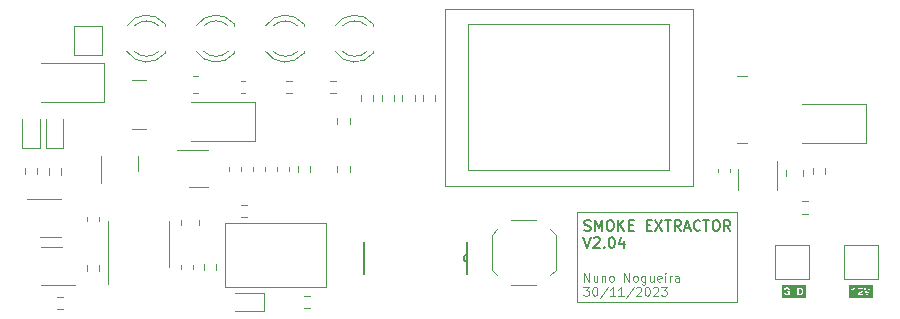
<source format=gbr>
%TF.GenerationSoftware,KiCad,Pcbnew,7.0.6-0*%
%TF.CreationDate,2023-12-30T16:30:28+00:00*%
%TF.ProjectId,smoke_extractorV1_1,736d6f6b-655f-4657-9874-726163746f72,rev?*%
%TF.SameCoordinates,Original*%
%TF.FileFunction,Legend,Top*%
%TF.FilePolarity,Positive*%
%FSLAX46Y46*%
G04 Gerber Fmt 4.6, Leading zero omitted, Abs format (unit mm)*
G04 Created by KiCad (PCBNEW 7.0.6-0) date 2023-12-30 16:30:28*
%MOMM*%
%LPD*%
G01*
G04 APERTURE LIST*
%ADD10C,0.120000*%
%ADD11C,0.150000*%
%ADD12C,0.152400*%
G04 APERTURE END LIST*
D10*
X115748117Y-85579058D02*
X129310000Y-85579058D01*
X129310000Y-93240941D01*
X115748117Y-93240941D01*
X115748117Y-85579058D01*
X116387518Y-91474474D02*
X116387518Y-90724474D01*
X116387518Y-90724474D02*
X116816089Y-91474474D01*
X116816089Y-91474474D02*
X116816089Y-90724474D01*
X117494661Y-90974474D02*
X117494661Y-91474474D01*
X117173232Y-90974474D02*
X117173232Y-91367331D01*
X117173232Y-91367331D02*
X117208946Y-91438760D01*
X117208946Y-91438760D02*
X117280375Y-91474474D01*
X117280375Y-91474474D02*
X117387518Y-91474474D01*
X117387518Y-91474474D02*
X117458946Y-91438760D01*
X117458946Y-91438760D02*
X117494661Y-91403045D01*
X117851803Y-90974474D02*
X117851803Y-91474474D01*
X117851803Y-91045902D02*
X117887517Y-91010188D01*
X117887517Y-91010188D02*
X117958946Y-90974474D01*
X117958946Y-90974474D02*
X118066089Y-90974474D01*
X118066089Y-90974474D02*
X118137517Y-91010188D01*
X118137517Y-91010188D02*
X118173232Y-91081617D01*
X118173232Y-91081617D02*
X118173232Y-91474474D01*
X118637517Y-91474474D02*
X118566088Y-91438760D01*
X118566088Y-91438760D02*
X118530374Y-91403045D01*
X118530374Y-91403045D02*
X118494660Y-91331617D01*
X118494660Y-91331617D02*
X118494660Y-91117331D01*
X118494660Y-91117331D02*
X118530374Y-91045902D01*
X118530374Y-91045902D02*
X118566088Y-91010188D01*
X118566088Y-91010188D02*
X118637517Y-90974474D01*
X118637517Y-90974474D02*
X118744660Y-90974474D01*
X118744660Y-90974474D02*
X118816088Y-91010188D01*
X118816088Y-91010188D02*
X118851803Y-91045902D01*
X118851803Y-91045902D02*
X118887517Y-91117331D01*
X118887517Y-91117331D02*
X118887517Y-91331617D01*
X118887517Y-91331617D02*
X118851803Y-91403045D01*
X118851803Y-91403045D02*
X118816088Y-91438760D01*
X118816088Y-91438760D02*
X118744660Y-91474474D01*
X118744660Y-91474474D02*
X118637517Y-91474474D01*
X119780374Y-91474474D02*
X119780374Y-90724474D01*
X119780374Y-90724474D02*
X120208945Y-91474474D01*
X120208945Y-91474474D02*
X120208945Y-90724474D01*
X120673231Y-91474474D02*
X120601802Y-91438760D01*
X120601802Y-91438760D02*
X120566088Y-91403045D01*
X120566088Y-91403045D02*
X120530374Y-91331617D01*
X120530374Y-91331617D02*
X120530374Y-91117331D01*
X120530374Y-91117331D02*
X120566088Y-91045902D01*
X120566088Y-91045902D02*
X120601802Y-91010188D01*
X120601802Y-91010188D02*
X120673231Y-90974474D01*
X120673231Y-90974474D02*
X120780374Y-90974474D01*
X120780374Y-90974474D02*
X120851802Y-91010188D01*
X120851802Y-91010188D02*
X120887517Y-91045902D01*
X120887517Y-91045902D02*
X120923231Y-91117331D01*
X120923231Y-91117331D02*
X120923231Y-91331617D01*
X120923231Y-91331617D02*
X120887517Y-91403045D01*
X120887517Y-91403045D02*
X120851802Y-91438760D01*
X120851802Y-91438760D02*
X120780374Y-91474474D01*
X120780374Y-91474474D02*
X120673231Y-91474474D01*
X121566088Y-90974474D02*
X121566088Y-91581617D01*
X121566088Y-91581617D02*
X121530373Y-91653045D01*
X121530373Y-91653045D02*
X121494659Y-91688760D01*
X121494659Y-91688760D02*
X121423230Y-91724474D01*
X121423230Y-91724474D02*
X121316088Y-91724474D01*
X121316088Y-91724474D02*
X121244659Y-91688760D01*
X121566088Y-91438760D02*
X121494659Y-91474474D01*
X121494659Y-91474474D02*
X121351802Y-91474474D01*
X121351802Y-91474474D02*
X121280373Y-91438760D01*
X121280373Y-91438760D02*
X121244659Y-91403045D01*
X121244659Y-91403045D02*
X121208945Y-91331617D01*
X121208945Y-91331617D02*
X121208945Y-91117331D01*
X121208945Y-91117331D02*
X121244659Y-91045902D01*
X121244659Y-91045902D02*
X121280373Y-91010188D01*
X121280373Y-91010188D02*
X121351802Y-90974474D01*
X121351802Y-90974474D02*
X121494659Y-90974474D01*
X121494659Y-90974474D02*
X121566088Y-91010188D01*
X122244659Y-90974474D02*
X122244659Y-91474474D01*
X121923230Y-90974474D02*
X121923230Y-91367331D01*
X121923230Y-91367331D02*
X121958944Y-91438760D01*
X121958944Y-91438760D02*
X122030373Y-91474474D01*
X122030373Y-91474474D02*
X122137516Y-91474474D01*
X122137516Y-91474474D02*
X122208944Y-91438760D01*
X122208944Y-91438760D02*
X122244659Y-91403045D01*
X122887515Y-91438760D02*
X122816087Y-91474474D01*
X122816087Y-91474474D02*
X122673230Y-91474474D01*
X122673230Y-91474474D02*
X122601801Y-91438760D01*
X122601801Y-91438760D02*
X122566087Y-91367331D01*
X122566087Y-91367331D02*
X122566087Y-91081617D01*
X122566087Y-91081617D02*
X122601801Y-91010188D01*
X122601801Y-91010188D02*
X122673230Y-90974474D01*
X122673230Y-90974474D02*
X122816087Y-90974474D01*
X122816087Y-90974474D02*
X122887515Y-91010188D01*
X122887515Y-91010188D02*
X122923230Y-91081617D01*
X122923230Y-91081617D02*
X122923230Y-91153045D01*
X122923230Y-91153045D02*
X122566087Y-91224474D01*
X123244658Y-91474474D02*
X123244658Y-90974474D01*
X123244658Y-90724474D02*
X123208944Y-90760188D01*
X123208944Y-90760188D02*
X123244658Y-90795902D01*
X123244658Y-90795902D02*
X123280372Y-90760188D01*
X123280372Y-90760188D02*
X123244658Y-90724474D01*
X123244658Y-90724474D02*
X123244658Y-90795902D01*
X123601801Y-91474474D02*
X123601801Y-90974474D01*
X123601801Y-91117331D02*
X123637515Y-91045902D01*
X123637515Y-91045902D02*
X123673230Y-91010188D01*
X123673230Y-91010188D02*
X123744658Y-90974474D01*
X123744658Y-90974474D02*
X123816087Y-90974474D01*
X124387516Y-91474474D02*
X124387516Y-91081617D01*
X124387516Y-91081617D02*
X124351801Y-91010188D01*
X124351801Y-91010188D02*
X124280373Y-90974474D01*
X124280373Y-90974474D02*
X124137516Y-90974474D01*
X124137516Y-90974474D02*
X124066087Y-91010188D01*
X124387516Y-91438760D02*
X124316087Y-91474474D01*
X124316087Y-91474474D02*
X124137516Y-91474474D01*
X124137516Y-91474474D02*
X124066087Y-91438760D01*
X124066087Y-91438760D02*
X124030373Y-91367331D01*
X124030373Y-91367331D02*
X124030373Y-91295902D01*
X124030373Y-91295902D02*
X124066087Y-91224474D01*
X124066087Y-91224474D02*
X124137516Y-91188760D01*
X124137516Y-91188760D02*
X124316087Y-91188760D01*
X124316087Y-91188760D02*
X124387516Y-91153045D01*
X116316089Y-91931974D02*
X116780375Y-91931974D01*
X116780375Y-91931974D02*
X116530375Y-92217688D01*
X116530375Y-92217688D02*
X116637518Y-92217688D01*
X116637518Y-92217688D02*
X116708947Y-92253402D01*
X116708947Y-92253402D02*
X116744661Y-92289117D01*
X116744661Y-92289117D02*
X116780375Y-92360545D01*
X116780375Y-92360545D02*
X116780375Y-92539117D01*
X116780375Y-92539117D02*
X116744661Y-92610545D01*
X116744661Y-92610545D02*
X116708947Y-92646260D01*
X116708947Y-92646260D02*
X116637518Y-92681974D01*
X116637518Y-92681974D02*
X116423232Y-92681974D01*
X116423232Y-92681974D02*
X116351804Y-92646260D01*
X116351804Y-92646260D02*
X116316089Y-92610545D01*
X117244661Y-91931974D02*
X117316090Y-91931974D01*
X117316090Y-91931974D02*
X117387518Y-91967688D01*
X117387518Y-91967688D02*
X117423233Y-92003402D01*
X117423233Y-92003402D02*
X117458947Y-92074831D01*
X117458947Y-92074831D02*
X117494661Y-92217688D01*
X117494661Y-92217688D02*
X117494661Y-92396260D01*
X117494661Y-92396260D02*
X117458947Y-92539117D01*
X117458947Y-92539117D02*
X117423233Y-92610545D01*
X117423233Y-92610545D02*
X117387518Y-92646260D01*
X117387518Y-92646260D02*
X117316090Y-92681974D01*
X117316090Y-92681974D02*
X117244661Y-92681974D01*
X117244661Y-92681974D02*
X117173233Y-92646260D01*
X117173233Y-92646260D02*
X117137518Y-92610545D01*
X117137518Y-92610545D02*
X117101804Y-92539117D01*
X117101804Y-92539117D02*
X117066090Y-92396260D01*
X117066090Y-92396260D02*
X117066090Y-92217688D01*
X117066090Y-92217688D02*
X117101804Y-92074831D01*
X117101804Y-92074831D02*
X117137518Y-92003402D01*
X117137518Y-92003402D02*
X117173233Y-91967688D01*
X117173233Y-91967688D02*
X117244661Y-91931974D01*
X118351804Y-91896260D02*
X117708947Y-92860545D01*
X118994661Y-92681974D02*
X118566090Y-92681974D01*
X118780375Y-92681974D02*
X118780375Y-91931974D01*
X118780375Y-91931974D02*
X118708947Y-92039117D01*
X118708947Y-92039117D02*
X118637518Y-92110545D01*
X118637518Y-92110545D02*
X118566090Y-92146260D01*
X119708947Y-92681974D02*
X119280376Y-92681974D01*
X119494661Y-92681974D02*
X119494661Y-91931974D01*
X119494661Y-91931974D02*
X119423233Y-92039117D01*
X119423233Y-92039117D02*
X119351804Y-92110545D01*
X119351804Y-92110545D02*
X119280376Y-92146260D01*
X120566090Y-91896260D02*
X119923233Y-92860545D01*
X120780376Y-92003402D02*
X120816090Y-91967688D01*
X120816090Y-91967688D02*
X120887519Y-91931974D01*
X120887519Y-91931974D02*
X121066090Y-91931974D01*
X121066090Y-91931974D02*
X121137519Y-91967688D01*
X121137519Y-91967688D02*
X121173233Y-92003402D01*
X121173233Y-92003402D02*
X121208947Y-92074831D01*
X121208947Y-92074831D02*
X121208947Y-92146260D01*
X121208947Y-92146260D02*
X121173233Y-92253402D01*
X121173233Y-92253402D02*
X120744661Y-92681974D01*
X120744661Y-92681974D02*
X121208947Y-92681974D01*
X121673233Y-91931974D02*
X121744662Y-91931974D01*
X121744662Y-91931974D02*
X121816090Y-91967688D01*
X121816090Y-91967688D02*
X121851805Y-92003402D01*
X121851805Y-92003402D02*
X121887519Y-92074831D01*
X121887519Y-92074831D02*
X121923233Y-92217688D01*
X121923233Y-92217688D02*
X121923233Y-92396260D01*
X121923233Y-92396260D02*
X121887519Y-92539117D01*
X121887519Y-92539117D02*
X121851805Y-92610545D01*
X121851805Y-92610545D02*
X121816090Y-92646260D01*
X121816090Y-92646260D02*
X121744662Y-92681974D01*
X121744662Y-92681974D02*
X121673233Y-92681974D01*
X121673233Y-92681974D02*
X121601805Y-92646260D01*
X121601805Y-92646260D02*
X121566090Y-92610545D01*
X121566090Y-92610545D02*
X121530376Y-92539117D01*
X121530376Y-92539117D02*
X121494662Y-92396260D01*
X121494662Y-92396260D02*
X121494662Y-92217688D01*
X121494662Y-92217688D02*
X121530376Y-92074831D01*
X121530376Y-92074831D02*
X121566090Y-92003402D01*
X121566090Y-92003402D02*
X121601805Y-91967688D01*
X121601805Y-91967688D02*
X121673233Y-91931974D01*
X122208948Y-92003402D02*
X122244662Y-91967688D01*
X122244662Y-91967688D02*
X122316091Y-91931974D01*
X122316091Y-91931974D02*
X122494662Y-91931974D01*
X122494662Y-91931974D02*
X122566091Y-91967688D01*
X122566091Y-91967688D02*
X122601805Y-92003402D01*
X122601805Y-92003402D02*
X122637519Y-92074831D01*
X122637519Y-92074831D02*
X122637519Y-92146260D01*
X122637519Y-92146260D02*
X122601805Y-92253402D01*
X122601805Y-92253402D02*
X122173233Y-92681974D01*
X122173233Y-92681974D02*
X122637519Y-92681974D01*
X122887519Y-91931974D02*
X123351805Y-91931974D01*
X123351805Y-91931974D02*
X123101805Y-92217688D01*
X123101805Y-92217688D02*
X123208948Y-92217688D01*
X123208948Y-92217688D02*
X123280377Y-92253402D01*
X123280377Y-92253402D02*
X123316091Y-92289117D01*
X123316091Y-92289117D02*
X123351805Y-92360545D01*
X123351805Y-92360545D02*
X123351805Y-92539117D01*
X123351805Y-92539117D02*
X123316091Y-92610545D01*
X123316091Y-92610545D02*
X123280377Y-92646260D01*
X123280377Y-92646260D02*
X123208948Y-92681974D01*
X123208948Y-92681974D02*
X122994662Y-92681974D01*
X122994662Y-92681974D02*
X122923234Y-92646260D01*
X122923234Y-92646260D02*
X122887519Y-92610545D01*
D11*
X116400112Y-87131200D02*
X116528684Y-87174057D01*
X116528684Y-87174057D02*
X116742969Y-87174057D01*
X116742969Y-87174057D02*
X116828684Y-87131200D01*
X116828684Y-87131200D02*
X116871541Y-87088342D01*
X116871541Y-87088342D02*
X116914398Y-87002628D01*
X116914398Y-87002628D02*
X116914398Y-86916914D01*
X116914398Y-86916914D02*
X116871541Y-86831200D01*
X116871541Y-86831200D02*
X116828684Y-86788342D01*
X116828684Y-86788342D02*
X116742969Y-86745485D01*
X116742969Y-86745485D02*
X116571541Y-86702628D01*
X116571541Y-86702628D02*
X116485826Y-86659771D01*
X116485826Y-86659771D02*
X116442969Y-86616914D01*
X116442969Y-86616914D02*
X116400112Y-86531200D01*
X116400112Y-86531200D02*
X116400112Y-86445485D01*
X116400112Y-86445485D02*
X116442969Y-86359771D01*
X116442969Y-86359771D02*
X116485826Y-86316914D01*
X116485826Y-86316914D02*
X116571541Y-86274057D01*
X116571541Y-86274057D02*
X116785826Y-86274057D01*
X116785826Y-86274057D02*
X116914398Y-86316914D01*
X117300112Y-87174057D02*
X117300112Y-86274057D01*
X117300112Y-86274057D02*
X117600112Y-86916914D01*
X117600112Y-86916914D02*
X117900112Y-86274057D01*
X117900112Y-86274057D02*
X117900112Y-87174057D01*
X118500112Y-86274057D02*
X118671540Y-86274057D01*
X118671540Y-86274057D02*
X118757255Y-86316914D01*
X118757255Y-86316914D02*
X118842969Y-86402628D01*
X118842969Y-86402628D02*
X118885826Y-86574057D01*
X118885826Y-86574057D02*
X118885826Y-86874057D01*
X118885826Y-86874057D02*
X118842969Y-87045485D01*
X118842969Y-87045485D02*
X118757255Y-87131200D01*
X118757255Y-87131200D02*
X118671540Y-87174057D01*
X118671540Y-87174057D02*
X118500112Y-87174057D01*
X118500112Y-87174057D02*
X118414398Y-87131200D01*
X118414398Y-87131200D02*
X118328683Y-87045485D01*
X118328683Y-87045485D02*
X118285826Y-86874057D01*
X118285826Y-86874057D02*
X118285826Y-86574057D01*
X118285826Y-86574057D02*
X118328683Y-86402628D01*
X118328683Y-86402628D02*
X118414398Y-86316914D01*
X118414398Y-86316914D02*
X118500112Y-86274057D01*
X119271540Y-87174057D02*
X119271540Y-86274057D01*
X119785826Y-87174057D02*
X119400112Y-86659771D01*
X119785826Y-86274057D02*
X119271540Y-86788342D01*
X120171540Y-86702628D02*
X120471540Y-86702628D01*
X120600112Y-87174057D02*
X120171540Y-87174057D01*
X120171540Y-87174057D02*
X120171540Y-86274057D01*
X120171540Y-86274057D02*
X120600112Y-86274057D01*
X121671540Y-86702628D02*
X121971540Y-86702628D01*
X122100112Y-87174057D02*
X121671540Y-87174057D01*
X121671540Y-87174057D02*
X121671540Y-86274057D01*
X121671540Y-86274057D02*
X122100112Y-86274057D01*
X122400112Y-86274057D02*
X123000112Y-87174057D01*
X123000112Y-86274057D02*
X122400112Y-87174057D01*
X123214398Y-86274057D02*
X123728684Y-86274057D01*
X123471541Y-87174057D02*
X123471541Y-86274057D01*
X124542969Y-87174057D02*
X124242969Y-86745485D01*
X124028683Y-87174057D02*
X124028683Y-86274057D01*
X124028683Y-86274057D02*
X124371540Y-86274057D01*
X124371540Y-86274057D02*
X124457255Y-86316914D01*
X124457255Y-86316914D02*
X124500112Y-86359771D01*
X124500112Y-86359771D02*
X124542969Y-86445485D01*
X124542969Y-86445485D02*
X124542969Y-86574057D01*
X124542969Y-86574057D02*
X124500112Y-86659771D01*
X124500112Y-86659771D02*
X124457255Y-86702628D01*
X124457255Y-86702628D02*
X124371540Y-86745485D01*
X124371540Y-86745485D02*
X124028683Y-86745485D01*
X124885826Y-86916914D02*
X125314398Y-86916914D01*
X124800112Y-87174057D02*
X125100112Y-86274057D01*
X125100112Y-86274057D02*
X125400112Y-87174057D01*
X126214398Y-87088342D02*
X126171541Y-87131200D01*
X126171541Y-87131200D02*
X126042969Y-87174057D01*
X126042969Y-87174057D02*
X125957255Y-87174057D01*
X125957255Y-87174057D02*
X125828684Y-87131200D01*
X125828684Y-87131200D02*
X125742969Y-87045485D01*
X125742969Y-87045485D02*
X125700112Y-86959771D01*
X125700112Y-86959771D02*
X125657255Y-86788342D01*
X125657255Y-86788342D02*
X125657255Y-86659771D01*
X125657255Y-86659771D02*
X125700112Y-86488342D01*
X125700112Y-86488342D02*
X125742969Y-86402628D01*
X125742969Y-86402628D02*
X125828684Y-86316914D01*
X125828684Y-86316914D02*
X125957255Y-86274057D01*
X125957255Y-86274057D02*
X126042969Y-86274057D01*
X126042969Y-86274057D02*
X126171541Y-86316914D01*
X126171541Y-86316914D02*
X126214398Y-86359771D01*
X126471541Y-86274057D02*
X126985827Y-86274057D01*
X126728684Y-87174057D02*
X126728684Y-86274057D01*
X127457255Y-86274057D02*
X127628683Y-86274057D01*
X127628683Y-86274057D02*
X127714398Y-86316914D01*
X127714398Y-86316914D02*
X127800112Y-86402628D01*
X127800112Y-86402628D02*
X127842969Y-86574057D01*
X127842969Y-86574057D02*
X127842969Y-86874057D01*
X127842969Y-86874057D02*
X127800112Y-87045485D01*
X127800112Y-87045485D02*
X127714398Y-87131200D01*
X127714398Y-87131200D02*
X127628683Y-87174057D01*
X127628683Y-87174057D02*
X127457255Y-87174057D01*
X127457255Y-87174057D02*
X127371541Y-87131200D01*
X127371541Y-87131200D02*
X127285826Y-87045485D01*
X127285826Y-87045485D02*
X127242969Y-86874057D01*
X127242969Y-86874057D02*
X127242969Y-86574057D01*
X127242969Y-86574057D02*
X127285826Y-86402628D01*
X127285826Y-86402628D02*
X127371541Y-86316914D01*
X127371541Y-86316914D02*
X127457255Y-86274057D01*
X128742969Y-87174057D02*
X128442969Y-86745485D01*
X128228683Y-87174057D02*
X128228683Y-86274057D01*
X128228683Y-86274057D02*
X128571540Y-86274057D01*
X128571540Y-86274057D02*
X128657255Y-86316914D01*
X128657255Y-86316914D02*
X128700112Y-86359771D01*
X128700112Y-86359771D02*
X128742969Y-86445485D01*
X128742969Y-86445485D02*
X128742969Y-86574057D01*
X128742969Y-86574057D02*
X128700112Y-86659771D01*
X128700112Y-86659771D02*
X128657255Y-86702628D01*
X128657255Y-86702628D02*
X128571540Y-86745485D01*
X128571540Y-86745485D02*
X128228683Y-86745485D01*
X116314398Y-87723057D02*
X116614398Y-88623057D01*
X116614398Y-88623057D02*
X116914398Y-87723057D01*
X117171541Y-87808771D02*
X117214398Y-87765914D01*
X117214398Y-87765914D02*
X117300113Y-87723057D01*
X117300113Y-87723057D02*
X117514398Y-87723057D01*
X117514398Y-87723057D02*
X117600113Y-87765914D01*
X117600113Y-87765914D02*
X117642970Y-87808771D01*
X117642970Y-87808771D02*
X117685827Y-87894485D01*
X117685827Y-87894485D02*
X117685827Y-87980200D01*
X117685827Y-87980200D02*
X117642970Y-88108771D01*
X117642970Y-88108771D02*
X117128684Y-88623057D01*
X117128684Y-88623057D02*
X117685827Y-88623057D01*
X118071541Y-88537342D02*
X118114398Y-88580200D01*
X118114398Y-88580200D02*
X118071541Y-88623057D01*
X118071541Y-88623057D02*
X118028684Y-88580200D01*
X118028684Y-88580200D02*
X118071541Y-88537342D01*
X118071541Y-88537342D02*
X118071541Y-88623057D01*
X118671541Y-87723057D02*
X118757255Y-87723057D01*
X118757255Y-87723057D02*
X118842969Y-87765914D01*
X118842969Y-87765914D02*
X118885827Y-87808771D01*
X118885827Y-87808771D02*
X118928684Y-87894485D01*
X118928684Y-87894485D02*
X118971541Y-88065914D01*
X118971541Y-88065914D02*
X118971541Y-88280200D01*
X118971541Y-88280200D02*
X118928684Y-88451628D01*
X118928684Y-88451628D02*
X118885827Y-88537342D01*
X118885827Y-88537342D02*
X118842969Y-88580200D01*
X118842969Y-88580200D02*
X118757255Y-88623057D01*
X118757255Y-88623057D02*
X118671541Y-88623057D01*
X118671541Y-88623057D02*
X118585827Y-88580200D01*
X118585827Y-88580200D02*
X118542969Y-88537342D01*
X118542969Y-88537342D02*
X118500112Y-88451628D01*
X118500112Y-88451628D02*
X118457255Y-88280200D01*
X118457255Y-88280200D02*
X118457255Y-88065914D01*
X118457255Y-88065914D02*
X118500112Y-87894485D01*
X118500112Y-87894485D02*
X118542969Y-87808771D01*
X118542969Y-87808771D02*
X118585827Y-87765914D01*
X118585827Y-87765914D02*
X118671541Y-87723057D01*
X119742970Y-88023057D02*
X119742970Y-88623057D01*
X119528684Y-87680200D02*
X119314398Y-88323057D01*
X119314398Y-88323057D02*
X119871541Y-88323057D01*
D10*
%TO.C,C4*%
X89360000Y-81810221D02*
X89360000Y-82102755D01*
X88340000Y-81810221D02*
X88340000Y-82102755D01*
%TO.C,D5*%
X98510697Y-72134060D02*
X98510697Y-71978060D01*
X98510697Y-69818060D02*
X98510697Y-69662060D01*
X95278363Y-71976668D02*
G75*
G03*
X98510696Y-72133575I1672334J1078608D01*
G01*
X95909568Y-71977896D02*
G75*
G03*
X97991657Y-71978059I1041129J1079836D01*
G01*
X97991657Y-69818061D02*
G75*
G03*
X95909568Y-69818224I-1040960J-1079999D01*
G01*
X98510696Y-69662545D02*
G75*
G03*
X95278363Y-69819452I-1559999J-1235515D01*
G01*
%TO.C,R19*%
X72097500Y-81895276D02*
X72097500Y-82404724D01*
X71052500Y-81895276D02*
X71052500Y-82404724D01*
%TO.C,R14*%
X99227500Y-76154724D02*
X99227500Y-75645276D01*
X100272500Y-76154724D02*
X100272500Y-75645276D01*
%TO.C,C2*%
X87348370Y-74490000D02*
X87640904Y-74490000D01*
X87348370Y-75510000D02*
X87640904Y-75510000D01*
%TO.C,kibuzzard-655136E2*%
G36*
X134593395Y-92074496D02*
G01*
X134638163Y-92078068D01*
X134693050Y-92088426D01*
X134733889Y-92106166D01*
X134762821Y-92133551D01*
X134781990Y-92172841D01*
X134792706Y-92226777D01*
X134796278Y-92298095D01*
X134792587Y-92373462D01*
X134781514Y-92430016D01*
X134761630Y-92470617D01*
X134731508Y-92498120D01*
X134688883Y-92514789D01*
X134631495Y-92522885D01*
X134556248Y-92520028D01*
X134556248Y-92073305D01*
X134593395Y-92074496D01*
G37*
G36*
X135117587Y-92827050D02*
G01*
X134919150Y-92827050D01*
X134602920Y-92827050D01*
X134340982Y-92827050D01*
X133549455Y-92827050D01*
X133280850Y-92827050D01*
X133082412Y-92827050D01*
X133082412Y-92296190D01*
X133280850Y-92296190D01*
X133283549Y-92376571D01*
X133291645Y-92443722D01*
X133305139Y-92497644D01*
X133337643Y-92558366D01*
X133386577Y-92598609D01*
X133430075Y-92615278D01*
X133484367Y-92625279D01*
X133549455Y-92628613D01*
X133608034Y-92625993D01*
X133658040Y-92618135D01*
X133708284Y-92602895D01*
X133767577Y-92578130D01*
X133767577Y-92255233D01*
X133518022Y-92255233D01*
X133518022Y-92359055D01*
X133652325Y-92359055D01*
X133652325Y-92504788D01*
X133605176Y-92519551D01*
X133546597Y-92523838D01*
X133495996Y-92518837D01*
X133458491Y-92503835D01*
X133431940Y-92476808D01*
X133414200Y-92435732D01*
X133404199Y-92377510D01*
X133400865Y-92299048D01*
X133403842Y-92218800D01*
X133412771Y-92159030D01*
X133428845Y-92116644D01*
X133453252Y-92088545D01*
X133487781Y-92072829D01*
X133534215Y-92067590D01*
X133601366Y-92075210D01*
X133637085Y-92100451D01*
X133651372Y-92151410D01*
X133769482Y-92151410D01*
X133761029Y-92085688D01*
X133743289Y-92037110D01*
X133714118Y-92002820D01*
X133671375Y-91979960D01*
X133636239Y-91972340D01*
X133853302Y-91972340D01*
X133853302Y-92620040D01*
X133970460Y-92620040D01*
X133970460Y-92247613D01*
X133957125Y-92112358D01*
X133959983Y-92112358D01*
X134192392Y-92620040D01*
X134340982Y-92620040D01*
X134434328Y-92620040D01*
X134496663Y-92624274D01*
X134552861Y-92626814D01*
X134602920Y-92627660D01*
X134679226Y-92624379D01*
X134743043Y-92614537D01*
X134794373Y-92598133D01*
X134852237Y-92558723D01*
X134890575Y-92499549D01*
X134906450Y-92447214D01*
X134915975Y-92382286D01*
X134919150Y-92304763D01*
X134916398Y-92230626D01*
X134908143Y-92168238D01*
X134894385Y-92117596D01*
X134860928Y-92058899D01*
X134810089Y-92017108D01*
X134764951Y-91997423D01*
X134708912Y-91982818D01*
X134641973Y-91973293D01*
X134596253Y-91969721D01*
X134544818Y-91968530D01*
X134492430Y-91969483D01*
X134434328Y-91972340D01*
X134434328Y-92620040D01*
X134340982Y-92620040D01*
X134340982Y-91972340D01*
X134223825Y-91972340D01*
X134223825Y-92344768D01*
X134237160Y-92480023D01*
X134234303Y-92480023D01*
X134001892Y-91972340D01*
X133853302Y-91972340D01*
X133636239Y-91972340D01*
X133612082Y-91967101D01*
X133533262Y-91962815D01*
X133472250Y-91966149D01*
X133421291Y-91976150D01*
X133380386Y-91992819D01*
X133334309Y-92033062D01*
X133303710Y-92093784D01*
X133291010Y-92147812D01*
X133283390Y-92215281D01*
X133280850Y-92296190D01*
X133082412Y-92296190D01*
X133082412Y-91764378D01*
X133280850Y-91764378D01*
X134919150Y-91764378D01*
X135117587Y-91764378D01*
X135117587Y-92827050D01*
G37*
%TO.C,R13*%
X100977500Y-76154724D02*
X100977500Y-75645276D01*
X102022500Y-76154724D02*
X102022500Y-75645276D01*
%TO.C,U1*%
X86004275Y-86500000D02*
X94504275Y-86500000D01*
X94504275Y-86500000D02*
X94504275Y-91900000D01*
X94504275Y-91900000D02*
X86004275Y-91900000D01*
X86004275Y-91900000D02*
X86004275Y-86500000D01*
%TO.C,TP2*%
X73150000Y-69850000D02*
X75550000Y-69850000D01*
X73150000Y-72250000D02*
X73150000Y-69850000D01*
X75550000Y-69850000D02*
X75550000Y-72250000D01*
X75550000Y-72250000D02*
X73150000Y-72250000D01*
%TO.C,C8*%
X134935000Y-82038748D02*
X134935000Y-82561252D01*
X133465000Y-82038748D02*
X133465000Y-82561252D01*
%TO.C,R23*%
X71745276Y-92777500D02*
X72254724Y-92777500D01*
X71745276Y-93822500D02*
X72254724Y-93822500D01*
%TO.C,U4*%
X83694637Y-80363920D02*
X81894637Y-80363920D01*
X83694637Y-80363920D02*
X84494637Y-80363920D01*
X83694637Y-83483920D02*
X82894637Y-83483920D01*
X83694637Y-83483920D02*
X84494637Y-83483920D01*
%TO.C,D6*%
X88521657Y-79550109D02*
X88521657Y-76250109D01*
X88521657Y-79550109D02*
X83121657Y-79550109D01*
X88521657Y-76250109D02*
X83121657Y-76250109D01*
%TO.C,C1*%
X75285381Y-86028733D02*
X75285381Y-86321267D01*
X74265381Y-86028733D02*
X74265381Y-86321267D01*
%TO.C,D10*%
X140249139Y-79750000D02*
X140249139Y-76450000D01*
X140249139Y-79750000D02*
X134849139Y-79750000D01*
X140249139Y-76450000D02*
X134849139Y-76450000D01*
%TO.C,D2*%
X80885697Y-72134060D02*
X80885697Y-71978060D01*
X80885697Y-69818060D02*
X80885697Y-69662060D01*
X77653363Y-71976668D02*
G75*
G03*
X80885696Y-72133575I1672334J1078608D01*
G01*
X78284568Y-71977896D02*
G75*
G03*
X80366657Y-71978059I1041129J1079836D01*
G01*
X80366657Y-69818061D02*
G75*
G03*
X78284568Y-69818224I-1040960J-1079999D01*
G01*
X80885696Y-69662545D02*
G75*
G03*
X77653363Y-69819452I-1559999J-1235515D01*
G01*
%TO.C,D1*%
X89272500Y-93935000D02*
X89272500Y-92465000D01*
X89272500Y-92465000D02*
X86812500Y-92465000D01*
X86812500Y-93935000D02*
X89272500Y-93935000D01*
%TO.C,kibuzzard-655136D6*%
G36*
X140805205Y-92827050D02*
G01*
X140606768Y-92827050D01*
X140414363Y-92827050D01*
X139992405Y-92827050D01*
X139316130Y-92827050D01*
X138993232Y-92827050D01*
X138794795Y-92827050D01*
X138794795Y-92250470D01*
X138993232Y-92250470D01*
X139164682Y-92144742D01*
X139201830Y-92114262D01*
X139198020Y-92173317D01*
X139198020Y-92628613D01*
X139316130Y-92628613D01*
X139316130Y-92161887D01*
X139532347Y-92161887D01*
X139654267Y-92161887D01*
X139667603Y-92109024D01*
X139700464Y-92082354D01*
X139762852Y-92074257D01*
X139824765Y-92081877D01*
X139855721Y-92107119D01*
X139864770Y-92158077D01*
X139858103Y-92201892D01*
X139833337Y-92238087D01*
X139790237Y-92278331D01*
X139735230Y-92324765D01*
X139700583Y-92352507D01*
X139657601Y-92386201D01*
X139606285Y-92425849D01*
X139546635Y-92471450D01*
X139546635Y-92628613D01*
X139992405Y-92628613D01*
X139992405Y-92521933D01*
X139669507Y-92521933D01*
X139669507Y-92513360D01*
X139726075Y-92473249D01*
X139773859Y-92438007D01*
X139812859Y-92407632D01*
X139864413Y-92363579D01*
X139915253Y-92315240D01*
X139948828Y-92277140D01*
X139969545Y-92242850D01*
X139980261Y-92205941D01*
X139983833Y-92159982D01*
X139978832Y-92094141D01*
X139963830Y-92045206D01*
X139937041Y-92010678D01*
X139896679Y-91988056D01*
X139863951Y-91980912D01*
X140072415Y-91980912D01*
X140264820Y-92628613D01*
X140414363Y-92628613D01*
X140606768Y-91980912D01*
X140482943Y-91980912D01*
X140341973Y-92485737D01*
X140337210Y-92485737D01*
X140196240Y-91980912D01*
X140072415Y-91980912D01*
X139863951Y-91980912D01*
X139839410Y-91975555D01*
X139761900Y-91971387D01*
X139684867Y-91975674D01*
X139627121Y-91988532D01*
X139585688Y-92011512D01*
X139557589Y-92046159D01*
X139540563Y-92095332D01*
X139532347Y-92161887D01*
X139316130Y-92161887D01*
X139316130Y-91980912D01*
X139198020Y-91980912D01*
X138993232Y-92124740D01*
X138993232Y-92250470D01*
X138794795Y-92250470D01*
X138794795Y-91772950D01*
X138993232Y-91772950D01*
X140606768Y-91772950D01*
X140805205Y-91772950D01*
X140805205Y-92827050D01*
G37*
%TO.C,D7*%
X68790000Y-80135000D02*
X70260000Y-80135000D01*
X70260000Y-80135000D02*
X70260000Y-77675000D01*
X68790000Y-77675000D02*
X68790000Y-80135000D01*
%TO.C,U7*%
X129440000Y-81900000D02*
X129440000Y-83700000D01*
X132660000Y-83700000D02*
X132660000Y-81250000D01*
%TO.C,R15*%
X97477500Y-76154724D02*
X97477500Y-75645276D01*
X98522500Y-76154724D02*
X98522500Y-75645276D01*
%TO.C,C7*%
X83295587Y-90103733D02*
X83295587Y-90396267D01*
X82275587Y-90103733D02*
X82275587Y-90396267D01*
%TO.C,D9*%
X75750000Y-76250000D02*
X75750000Y-72950000D01*
X75750000Y-76250000D02*
X70350000Y-76250000D01*
X75750000Y-72950000D02*
X70350000Y-72950000D01*
%TO.C,IC1*%
X72150000Y-88581253D02*
X70350000Y-88581253D01*
X70350000Y-91801253D02*
X73300000Y-91801253D01*
%TO.C,Q1*%
X75469077Y-81448299D02*
X75469077Y-83123299D01*
X75469077Y-81448299D02*
X75469077Y-80798299D01*
X78589077Y-81448299D02*
X78589077Y-82098299D01*
X78589077Y-81448299D02*
X78589077Y-80798299D01*
%TO.C,U8*%
X70314032Y-87691971D02*
X72114032Y-87691971D01*
X72114032Y-84471971D02*
X69164032Y-84471971D01*
%TO.C,D3*%
X86760697Y-72134060D02*
X86760697Y-71978060D01*
X86760697Y-69818060D02*
X86760697Y-69662060D01*
X83528363Y-71976668D02*
G75*
G03*
X86760696Y-72133575I1672334J1078608D01*
G01*
X84159568Y-71977896D02*
G75*
G03*
X86241657Y-71978059I1041129J1079836D01*
G01*
X86241657Y-69818061D02*
G75*
G03*
X84159568Y-69818224I-1040960J-1079999D01*
G01*
X86760696Y-69662545D02*
G75*
G03*
X83528363Y-69819452I-1559999J-1235515D01*
G01*
%TO.C,R20*%
X83735000Y-86221564D02*
X83735000Y-86675692D01*
X82265000Y-86221564D02*
X82265000Y-86675692D01*
%TO.C,C6*%
X127690000Y-82233767D02*
X127690000Y-81941233D01*
X128710000Y-82233767D02*
X128710000Y-81941233D01*
%TO.C,R5*%
X93178881Y-81689628D02*
X93178881Y-82199076D01*
X92133881Y-81689628D02*
X92133881Y-82199076D01*
%TO.C,U2*%
X104572322Y-83355000D02*
X125572322Y-83355000D01*
X125572322Y-83355000D02*
X125572322Y-68355000D01*
X125572322Y-68355000D02*
X104572322Y-68355000D01*
X104572322Y-68355000D02*
X104572322Y-83355000D01*
X123572322Y-82055000D02*
X106572322Y-82055000D01*
X106572322Y-82055000D02*
X106572322Y-69655000D01*
X106572322Y-69655000D02*
X123572322Y-69655000D01*
X123572322Y-69655000D02*
X123572322Y-82055000D01*
%TO.C,D8*%
X70790000Y-80135000D02*
X72260000Y-80135000D01*
X72260000Y-80135000D02*
X72260000Y-77675000D01*
X70790000Y-77675000D02*
X70790000Y-80135000D01*
%TO.C,R3*%
X96522500Y-77582776D02*
X96522500Y-78092224D01*
X95477500Y-77582776D02*
X95477500Y-78092224D01*
%TO.C,R21*%
X136772500Y-81845276D02*
X136772500Y-82354724D01*
X135727500Y-81845276D02*
X135727500Y-82354724D01*
%TO.C,U5*%
X76075000Y-88248628D02*
X76075000Y-91698628D01*
X76075000Y-88248628D02*
X76075000Y-86298628D01*
X81195000Y-88248628D02*
X81195000Y-90198628D01*
X81195000Y-88248628D02*
X81195000Y-86298628D01*
%TO.C,R17*%
X83222936Y-74045000D02*
X83677064Y-74045000D01*
X83222936Y-75515000D02*
X83677064Y-75515000D01*
%TO.C,C3*%
X91360000Y-81810221D02*
X91360000Y-82102755D01*
X90340000Y-81810221D02*
X90340000Y-82102755D01*
%TO.C,R16*%
X74277500Y-90542224D02*
X74277500Y-90032776D01*
X75322500Y-90542224D02*
X75322500Y-90032776D01*
%TO.C,SW1*%
X112290000Y-91720000D02*
X110210000Y-91720000D01*
X108530000Y-90450000D02*
X109020000Y-90940000D01*
X108530000Y-90450000D02*
X108530000Y-87550000D01*
X113970000Y-90450000D02*
X113480000Y-90940000D01*
X113970000Y-90450000D02*
X113970000Y-87550000D01*
X108530000Y-87550000D02*
X109020000Y-87060000D01*
X113970000Y-87550000D02*
X113480000Y-87060000D01*
X112290000Y-86280000D02*
X110210000Y-86280000D01*
%TO.C,R11*%
X85222500Y-89995276D02*
X85222500Y-90504724D01*
X84177500Y-89995276D02*
X84177500Y-90504724D01*
%TO.C,R22*%
X135354724Y-85722500D02*
X134845276Y-85722500D01*
X135354724Y-84677500D02*
X134845276Y-84677500D01*
%TO.C,R4*%
X96522500Y-81689628D02*
X96522500Y-82199076D01*
X95477500Y-81689628D02*
X95477500Y-82199076D01*
%TO.C,R9*%
X92657776Y-92677500D02*
X93167224Y-92677500D01*
X92657776Y-93722500D02*
X93167224Y-93722500D01*
%TO.C,D4*%
X92635697Y-72134060D02*
X92635697Y-71978060D01*
X92635697Y-69818060D02*
X92635697Y-69662060D01*
X89403363Y-71976668D02*
G75*
G03*
X92635696Y-72133575I1672334J1078608D01*
G01*
X90034568Y-71977896D02*
G75*
G03*
X92116657Y-71978059I1041129J1079836D01*
G01*
X92116657Y-69818061D02*
G75*
G03*
X90034568Y-69818224I-1040960J-1079999D01*
G01*
X92635696Y-69662545D02*
G75*
G03*
X89403363Y-69819452I-1559999J-1235515D01*
G01*
%TO.C,R10*%
X87867224Y-86022500D02*
X87357776Y-86022500D01*
X87867224Y-84977500D02*
X87357776Y-84977500D01*
%TO.C,R1*%
X91157776Y-74477500D02*
X91667224Y-74477500D01*
X91157776Y-75522500D02*
X91667224Y-75522500D01*
%TO.C,C5*%
X87360000Y-81803733D02*
X87360000Y-82096267D01*
X86340000Y-81803733D02*
X86340000Y-82096267D01*
%TO.C,R12*%
X102727500Y-76154724D02*
X102727500Y-75645276D01*
X103772500Y-76154724D02*
X103772500Y-75645276D01*
%TO.C,L2*%
X78130000Y-74440000D02*
X79270000Y-74440000D01*
X78130000Y-78560000D02*
X79270000Y-78560000D01*
D12*
%TO.C,U3*%
X97731200Y-88153800D02*
X97731200Y-90846200D01*
X106468800Y-89195200D02*
X106468800Y-88153800D01*
X106468800Y-89804800D02*
X106468800Y-89195200D01*
X106468800Y-90846200D02*
X106468800Y-89804800D01*
X106468800Y-89195200D02*
G75*
G03*
X106468800Y-89804800I0J-304800D01*
G01*
D10*
%TO.C,L1*%
X129350000Y-74100000D02*
X130150000Y-74100000D01*
X129350000Y-79700000D02*
X130150000Y-79700000D01*
%TO.C,J2*%
X132550000Y-88350000D02*
X135450000Y-88350000D01*
X132550000Y-91250000D02*
X132550000Y-88350000D01*
X135450000Y-88350000D02*
X135450000Y-91250000D01*
X135450000Y-91250000D02*
X132550000Y-91250000D01*
%TO.C,J1*%
X141250000Y-88350000D02*
X141250000Y-91250000D01*
X138350000Y-88350000D02*
X141250000Y-88350000D01*
X141250000Y-91250000D02*
X138350000Y-91250000D01*
X138350000Y-91250000D02*
X138350000Y-88350000D01*
%TO.C,R2*%
X94832776Y-74477500D02*
X95342224Y-74477500D01*
X94832776Y-75522500D02*
X95342224Y-75522500D01*
%TO.C,R18*%
X70072500Y-81870276D02*
X70072500Y-82379724D01*
X69027500Y-81870276D02*
X69027500Y-82379724D01*
%TD*%
M02*

</source>
